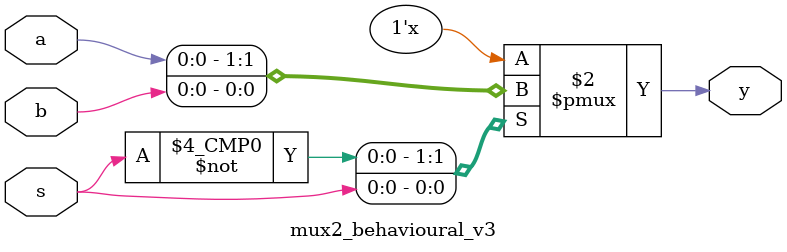
<source format=sv>
module mux2_behavioural_v3 (output logic y, input logic a, b, s);
always_comb
	case (s)
		0 : begin
		   y = a;
		end
	
		1 : begin
		   y = b;
		end
	
		default : begin
		   y = 1'b?;
		end
	endcase

endmodule
</source>
